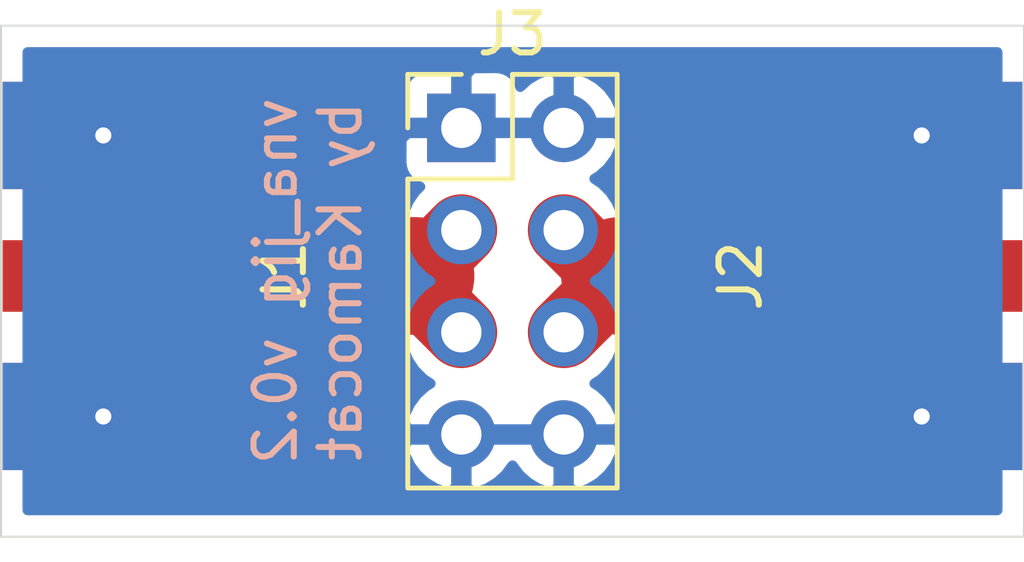
<source format=kicad_pcb>
(kicad_pcb (version 20171130) (host pcbnew 5.1.9)

  (general
    (thickness 1.6)
    (drawings 5)
    (tracks 18)
    (zones 0)
    (modules 3)
    (nets 4)
  )

  (page A4)
  (layers
    (0 F.Cu signal)
    (31 B.Cu signal)
    (32 B.Adhes user)
    (33 F.Adhes user)
    (34 B.Paste user)
    (35 F.Paste user)
    (36 B.SilkS user)
    (37 F.SilkS user)
    (38 B.Mask user)
    (39 F.Mask user)
    (40 Dwgs.User user)
    (41 Cmts.User user)
    (42 Eco1.User user)
    (43 Eco2.User user)
    (44 Edge.Cuts user)
    (45 Margin user)
    (46 B.CrtYd user)
    (47 F.CrtYd user)
    (48 B.Fab user)
    (49 F.Fab user)
  )

  (setup
    (last_trace_width 1.778)
    (user_trace_width 1.778)
    (user_trace_width 2.925001)
    (trace_clearance 0.2)
    (zone_clearance 0.508)
    (zone_45_only no)
    (trace_min 0.2)
    (via_size 0.8)
    (via_drill 0.4)
    (via_min_size 0.4)
    (via_min_drill 0.3)
    (uvia_size 0.3)
    (uvia_drill 0.1)
    (uvias_allowed no)
    (uvia_min_size 0.2)
    (uvia_min_drill 0.1)
    (edge_width 0.05)
    (segment_width 0.2)
    (pcb_text_width 0.3)
    (pcb_text_size 1.5 1.5)
    (mod_edge_width 0.12)
    (mod_text_size 1 1)
    (mod_text_width 0.15)
    (pad_size 1.524 1.524)
    (pad_drill 0.762)
    (pad_to_mask_clearance 0)
    (aux_axis_origin 0 0)
    (visible_elements FFFFFF7F)
    (pcbplotparams
      (layerselection 0x010fc_ffffffff)
      (usegerberextensions false)
      (usegerberattributes true)
      (usegerberadvancedattributes true)
      (creategerberjobfile true)
      (excludeedgelayer true)
      (linewidth 0.100000)
      (plotframeref false)
      (viasonmask false)
      (mode 1)
      (useauxorigin false)
      (hpglpennumber 1)
      (hpglpenspeed 20)
      (hpglpendiameter 15.000000)
      (psnegative false)
      (psa4output false)
      (plotreference true)
      (plotvalue true)
      (plotinvisibletext false)
      (padsonsilk false)
      (subtractmaskfromsilk false)
      (outputformat 1)
      (mirror false)
      (drillshape 1)
      (scaleselection 1)
      (outputdirectory ""))
  )

  (net 0 "")
  (net 1 GND)
  (net 2 "Net-(J1-Pad1)")
  (net 3 "Net-(J2-Pad1)")

  (net_class Default "This is the default net class."
    (clearance 0.2)
    (trace_width 0.25)
    (via_dia 0.8)
    (via_drill 0.4)
    (uvia_dia 0.3)
    (uvia_drill 0.1)
    (add_net GND)
    (add_net "Net-(J1-Pad1)")
    (add_net "Net-(J2-Pad1)")
  )

  (module Pin_Headers:Pin_Header_Straight_2x04_Pitch2.54mm (layer F.Cu) (tedit 59650532) (tstamp 606FB180)
    (at 113.03 83.82)
    (descr "Through hole straight pin header, 2x04, 2.54mm pitch, double rows")
    (tags "Through hole pin header THT 2x04 2.54mm double row")
    (path /60708D99)
    (fp_text reference J3 (at 1.27 -2.33) (layer F.SilkS)
      (effects (font (size 1 1) (thickness 0.15)))
    )
    (fp_text value Conn_02x04_Odd_Even (at 1.27 9.95) (layer F.Fab)
      (effects (font (size 1 1) (thickness 0.15)))
    )
    (fp_line (start 4.35 -1.8) (end -1.8 -1.8) (layer F.CrtYd) (width 0.05))
    (fp_line (start 4.35 9.4) (end 4.35 -1.8) (layer F.CrtYd) (width 0.05))
    (fp_line (start -1.8 9.4) (end 4.35 9.4) (layer F.CrtYd) (width 0.05))
    (fp_line (start -1.8 -1.8) (end -1.8 9.4) (layer F.CrtYd) (width 0.05))
    (fp_line (start -1.33 -1.33) (end 0 -1.33) (layer F.SilkS) (width 0.12))
    (fp_line (start -1.33 0) (end -1.33 -1.33) (layer F.SilkS) (width 0.12))
    (fp_line (start 1.27 -1.33) (end 3.87 -1.33) (layer F.SilkS) (width 0.12))
    (fp_line (start 1.27 1.27) (end 1.27 -1.33) (layer F.SilkS) (width 0.12))
    (fp_line (start -1.33 1.27) (end 1.27 1.27) (layer F.SilkS) (width 0.12))
    (fp_line (start 3.87 -1.33) (end 3.87 8.95) (layer F.SilkS) (width 0.12))
    (fp_line (start -1.33 1.27) (end -1.33 8.95) (layer F.SilkS) (width 0.12))
    (fp_line (start -1.33 8.95) (end 3.87 8.95) (layer F.SilkS) (width 0.12))
    (fp_line (start -1.27 0) (end 0 -1.27) (layer F.Fab) (width 0.1))
    (fp_line (start -1.27 8.89) (end -1.27 0) (layer F.Fab) (width 0.1))
    (fp_line (start 3.81 8.89) (end -1.27 8.89) (layer F.Fab) (width 0.1))
    (fp_line (start 3.81 -1.27) (end 3.81 8.89) (layer F.Fab) (width 0.1))
    (fp_line (start 0 -1.27) (end 3.81 -1.27) (layer F.Fab) (width 0.1))
    (fp_text user %R (at 1.27 3.81 90) (layer F.Fab)
      (effects (font (size 1 1) (thickness 0.15)))
    )
    (pad 1 thru_hole rect (at 0 0) (size 1.7 1.7) (drill 1) (layers *.Cu *.Mask)
      (net 1 GND))
    (pad 2 thru_hole oval (at 2.54 0) (size 1.7 1.7) (drill 1) (layers *.Cu *.Mask)
      (net 1 GND))
    (pad 3 thru_hole oval (at 0 2.54) (size 1.7 1.7) (drill 1) (layers *.Cu *.Mask)
      (net 2 "Net-(J1-Pad1)"))
    (pad 4 thru_hole oval (at 2.54 2.54) (size 1.7 1.7) (drill 1) (layers *.Cu *.Mask)
      (net 3 "Net-(J2-Pad1)"))
    (pad 5 thru_hole oval (at 0 5.08) (size 1.7 1.7) (drill 1) (layers *.Cu *.Mask)
      (net 2 "Net-(J1-Pad1)"))
    (pad 6 thru_hole oval (at 2.54 5.08) (size 1.7 1.7) (drill 1) (layers *.Cu *.Mask)
      (net 3 "Net-(J2-Pad1)"))
    (pad 7 thru_hole oval (at 0 7.62) (size 1.7 1.7) (drill 1) (layers *.Cu *.Mask)
      (net 1 GND))
    (pad 8 thru_hole oval (at 2.54 7.62) (size 1.7 1.7) (drill 1) (layers *.Cu *.Mask)
      (net 1 GND))
    (model ${KISYS3DMOD}/Pin_Headers.3dshapes/Pin_Header_Straight_2x04_Pitch2.54mm.wrl
      (at (xyz 0 0 0))
      (scale (xyz 1 1 1))
      (rotate (xyz 0 0 0))
    )
  )

  (module vna_jig:sma_edge (layer F.Cu) (tedit 606D34E9) (tstamp 606D4859)
    (at 124.46 87.5 90)
    (path /606C9282)
    (fp_text reference J2 (at 0 -4.5 90) (layer F.SilkS)
      (effects (font (size 1 1) (thickness 0.15)))
    )
    (fp_text value Conn_Coaxial (at 0 -3.25 90) (layer F.Fab)
      (effects (font (size 1 1) (thickness 0.15)))
    )
    (pad 2 smd rect (at -3.4925 0 90) (size 2.665 5) (layers B.Cu B.Mask)
      (net 1 GND))
    (pad 2 smd rect (at 3.4925 0 90) (size 2.665 5) (layers B.Cu B.Mask)
      (net 1 GND))
    (pad 2 smd rect (at 3.4925 0 90) (size 2.665 5) (layers F.Cu F.Mask)
      (net 1 GND))
    (pad 2 smd rect (at -3.4925 0 90) (size 2.665 5) (layers F.Cu F.Paste F.Mask)
      (net 1 GND))
    (pad 1 smd rect (at 0 0 90) (size 1.78 5) (layers F.Cu F.Paste F.Mask)
      (net 3 "Net-(J2-Pad1)"))
  )

  (module vna_jig:sma_edge (layer F.Cu) (tedit 606D34E9) (tstamp 606FAA41)
    (at 104.14 87.5 270)
    (path /606C883F)
    (fp_text reference J1 (at 0 -4.5 90) (layer F.SilkS)
      (effects (font (size 1 1) (thickness 0.15)))
    )
    (fp_text value Conn_Coaxial (at 0 -3.25 90) (layer F.Fab)
      (effects (font (size 1 1) (thickness 0.15)))
    )
    (pad 2 smd rect (at -3.4925 0 270) (size 2.665 5) (layers B.Cu B.Mask)
      (net 1 GND))
    (pad 2 smd rect (at 3.4925 0 270) (size 2.665 5) (layers B.Cu B.Mask)
      (net 1 GND))
    (pad 2 smd rect (at 3.4925 0 270) (size 2.665 5) (layers F.Cu F.Mask)
      (net 1 GND))
    (pad 2 smd rect (at -3.4925 0 270) (size 2.665 5) (layers F.Cu F.Paste F.Mask)
      (net 1 GND))
    (pad 1 smd rect (at 0 0 270) (size 1.78 5) (layers F.Cu F.Paste F.Mask)
      (net 2 "Net-(J1-Pad1)"))
  )

  (gr_text "vna_jig v0.2\nby Kamocat" (at 109.22 87.63 90) (layer B.SilkS)
    (effects (font (size 1 1) (thickness 0.15)) (justify mirror))
  )
  (gr_line (start 127 81.28) (end 101.6 81.28) (layer Edge.Cuts) (width 0.05) (tstamp 606FAB3A))
  (gr_line (start 127 93.98) (end 127 81.28) (layer Edge.Cuts) (width 0.05))
  (gr_line (start 101.6 93.98) (end 127 93.98) (layer Edge.Cuts) (width 0.05))
  (gr_line (start 101.6 81.28) (end 101.6 93.98) (layer Edge.Cuts) (width 0.05))

  (segment (start 124.299999 83.847499) (end 124.46 84.0075) (width 2.925) (layer B.Cu) (net 1))
  (segment (start 104.14 84.0075) (end 104.300001 83.847499) (width 2.925) (layer B.Cu) (net 1))
  (segment (start 104.560001 91.412501) (end 104.14 90.9925) (width 2.925) (layer B.Cu) (net 1))
  (segment (start 124.46 90.9925) (end 124.039999 91.412501) (width 2.925) (layer B.Cu) (net 1))
  (via (at 104.14 84.0075) (size 0.8) (drill 0.4) (layers F.Cu B.Cu) (net 1))
  (via (at 104.14 90.9925) (size 0.8) (drill 0.4) (layers F.Cu B.Cu) (net 1))
  (via (at 124.46 90.9925) (size 0.8) (drill 0.4) (layers F.Cu B.Cu) (net 1))
  (via (at 124.46 84.0075) (size 0.8) (drill 0.4) (layers F.Cu B.Cu) (net 1))
  (segment (start 111.89 87.76) (end 111.89 87.5) (width 1.778) (layer F.Cu) (net 2))
  (segment (start 113.03 88.9) (end 111.89 87.76) (width 1.778) (layer F.Cu) (net 2))
  (segment (start 106.81 87.5) (end 111.89 87.5) (width 2.925001) (layer F.Cu) (net 2))
  (segment (start 104.14 87.5) (end 106.81 87.5) (width 1.778) (layer F.Cu) (net 2))
  (segment (start 113.03 86.36) (end 111.89 87.5) (width 1.778) (layer F.Cu) (net 2))
  (segment (start 116.71 87.5) (end 115.57 86.36) (width 1.778) (layer F.Cu) (net 3))
  (segment (start 124.46 87.5) (end 116.71 87.5) (width 1.778) (layer F.Cu) (net 3))
  (segment (start 116.97 87.5) (end 115.57 88.9) (width 1.778) (layer F.Cu) (net 3))
  (segment (start 121.79 87.5) (end 116.97 87.5) (width 2.925001) (layer F.Cu) (net 3))
  (segment (start 124.46 87.5) (end 121.79 87.5) (width 1.778) (layer F.Cu) (net 3))

  (zone (net 1) (net_name GND) (layer B.Cu) (tstamp 0) (hatch edge 0.508)
    (connect_pads thru_hole_only (clearance 0.508))
    (min_thickness 0.254)
    (fill yes (arc_segments 32) (thermal_gap 0.508) (thermal_bridge_width 0.508))
    (polygon
      (pts
        (xy 127 93.98) (xy 101.6 93.98) (xy 101.6 81.28) (xy 127 81.28)
      )
    )
    (filled_polygon
      (pts
        (xy 126.34 93.32) (xy 102.26 93.32) (xy 102.26 91.79689) (xy 111.588524 91.79689) (xy 111.633175 91.944099)
        (xy 111.758359 92.20692) (xy 111.932412 92.440269) (xy 112.148645 92.635178) (xy 112.398748 92.784157) (xy 112.673109 92.881481)
        (xy 112.903 92.760814) (xy 112.903 91.567) (xy 113.157 91.567) (xy 113.157 92.760814) (xy 113.386891 92.881481)
        (xy 113.661252 92.784157) (xy 113.911355 92.635178) (xy 114.127588 92.440269) (xy 114.3 92.20912) (xy 114.472412 92.440269)
        (xy 114.688645 92.635178) (xy 114.938748 92.784157) (xy 115.213109 92.881481) (xy 115.443 92.760814) (xy 115.443 91.567)
        (xy 115.697 91.567) (xy 115.697 92.760814) (xy 115.926891 92.881481) (xy 116.201252 92.784157) (xy 116.451355 92.635178)
        (xy 116.667588 92.440269) (xy 116.841641 92.20692) (xy 116.966825 91.944099) (xy 117.011476 91.79689) (xy 116.890155 91.567)
        (xy 115.697 91.567) (xy 115.443 91.567) (xy 113.157 91.567) (xy 112.903 91.567) (xy 111.709845 91.567)
        (xy 111.588524 91.79689) (xy 102.26 91.79689) (xy 102.26 84.67) (xy 111.541928 84.67) (xy 111.554188 84.794482)
        (xy 111.590498 84.91418) (xy 111.649463 85.024494) (xy 111.728815 85.121185) (xy 111.825506 85.200537) (xy 111.93582 85.259502)
        (xy 112.00838 85.281513) (xy 111.876525 85.413368) (xy 111.71401 85.656589) (xy 111.602068 85.926842) (xy 111.545 86.21374)
        (xy 111.545 86.50626) (xy 111.602068 86.793158) (xy 111.71401 87.063411) (xy 111.876525 87.306632) (xy 112.083368 87.513475)
        (xy 112.25776 87.63) (xy 112.083368 87.746525) (xy 111.876525 87.953368) (xy 111.71401 88.196589) (xy 111.602068 88.466842)
        (xy 111.545 88.75374) (xy 111.545 89.04626) (xy 111.602068 89.333158) (xy 111.71401 89.603411) (xy 111.876525 89.846632)
        (xy 112.083368 90.053475) (xy 112.265534 90.175195) (xy 112.148645 90.244822) (xy 111.932412 90.439731) (xy 111.758359 90.67308)
        (xy 111.633175 90.935901) (xy 111.588524 91.08311) (xy 111.709845 91.313) (xy 112.903 91.313) (xy 112.903 91.293)
        (xy 113.157 91.293) (xy 113.157 91.313) (xy 115.443 91.313) (xy 115.443 91.293) (xy 115.697 91.293)
        (xy 115.697 91.313) (xy 116.890155 91.313) (xy 117.011476 91.08311) (xy 116.966825 90.935901) (xy 116.841641 90.67308)
        (xy 116.667588 90.439731) (xy 116.451355 90.244822) (xy 116.334466 90.175195) (xy 116.516632 90.053475) (xy 116.723475 89.846632)
        (xy 116.88599 89.603411) (xy 116.997932 89.333158) (xy 117.055 89.04626) (xy 117.055 88.75374) (xy 116.997932 88.466842)
        (xy 116.88599 88.196589) (xy 116.723475 87.953368) (xy 116.516632 87.746525) (xy 116.34224 87.63) (xy 116.516632 87.513475)
        (xy 116.723475 87.306632) (xy 116.88599 87.063411) (xy 116.997932 86.793158) (xy 117.055 86.50626) (xy 117.055 86.21374)
        (xy 116.997932 85.926842) (xy 116.88599 85.656589) (xy 116.723475 85.413368) (xy 116.516632 85.206525) (xy 116.334466 85.084805)
        (xy 116.451355 85.015178) (xy 116.667588 84.820269) (xy 116.841641 84.58692) (xy 116.966825 84.324099) (xy 117.011476 84.17689)
        (xy 116.890155 83.947) (xy 115.697 83.947) (xy 115.697 83.967) (xy 115.443 83.967) (xy 115.443 83.947)
        (xy 113.157 83.947) (xy 113.157 83.967) (xy 112.903 83.967) (xy 112.903 83.947) (xy 111.70375 83.947)
        (xy 111.545 84.10575) (xy 111.541928 84.67) (xy 102.26 84.67) (xy 102.26 82.97) (xy 111.541928 82.97)
        (xy 111.545 83.53425) (xy 111.70375 83.693) (xy 112.903 83.693) (xy 112.903 82.49375) (xy 113.157 82.49375)
        (xy 113.157 83.693) (xy 115.443 83.693) (xy 115.443 82.499186) (xy 115.697 82.499186) (xy 115.697 83.693)
        (xy 116.890155 83.693) (xy 117.011476 83.46311) (xy 116.966825 83.315901) (xy 116.841641 83.05308) (xy 116.667588 82.819731)
        (xy 116.451355 82.624822) (xy 116.201252 82.475843) (xy 115.926891 82.378519) (xy 115.697 82.499186) (xy 115.443 82.499186)
        (xy 115.213109 82.378519) (xy 114.938748 82.475843) (xy 114.688645 82.624822) (xy 114.492498 82.801626) (xy 114.469502 82.72582)
        (xy 114.410537 82.615506) (xy 114.331185 82.518815) (xy 114.234494 82.439463) (xy 114.12418 82.380498) (xy 114.004482 82.344188)
        (xy 113.88 82.331928) (xy 113.31575 82.335) (xy 113.157 82.49375) (xy 112.903 82.49375) (xy 112.74425 82.335)
        (xy 112.18 82.331928) (xy 112.055518 82.344188) (xy 111.93582 82.380498) (xy 111.825506 82.439463) (xy 111.728815 82.518815)
        (xy 111.649463 82.615506) (xy 111.590498 82.72582) (xy 111.554188 82.845518) (xy 111.541928 82.97) (xy 102.26 82.97)
        (xy 102.26 81.94) (xy 126.340001 81.94)
      )
    )
  )
)

</source>
